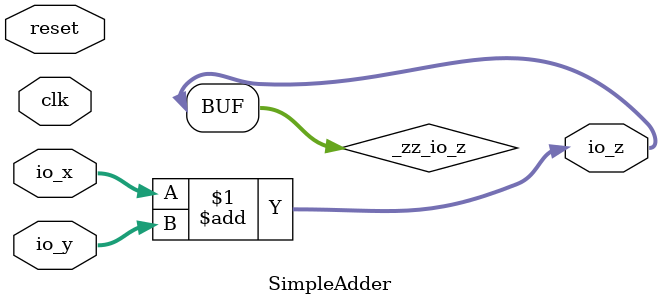
<source format=v>

`timescale 1ns/1ps 

module SimpleAdder (
  input      [3:0]    io_x,
  input      [3:0]    io_y,
  output     [3:0]    io_z,
  input               clk,
  input               reset
);

  wire       [3:0]    _zz_io_z;
  reg                 dummy;

  assign _zz_io_z = (io_x + io_y);
  assign io_z = _zz_io_z;

endmodule

</source>
